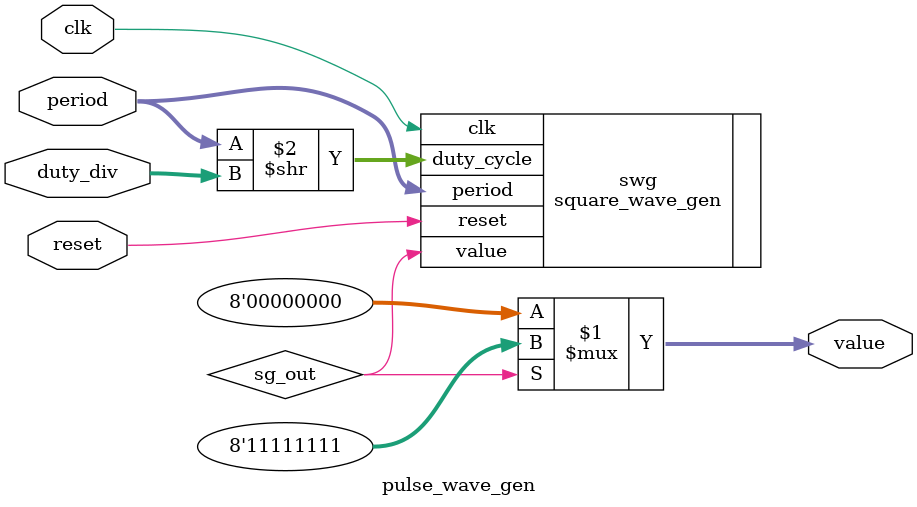
<source format=v>
module pulse_wave_gen (
    input wire clk, reset,
    input wire [3:0] duty_div,
    input wire [31:0] period,
    output wire [7:0] value
);

    wire sg_out;

    assign value = sg_out ? 8'd255 : 8'd0;

    square_wave_gen swg (
        .clk(clk),
        .reset(reset),
        .period(period),
        .duty_cycle(period >> duty_div),
        .value(sg_out)
    );

endmodule
</source>
